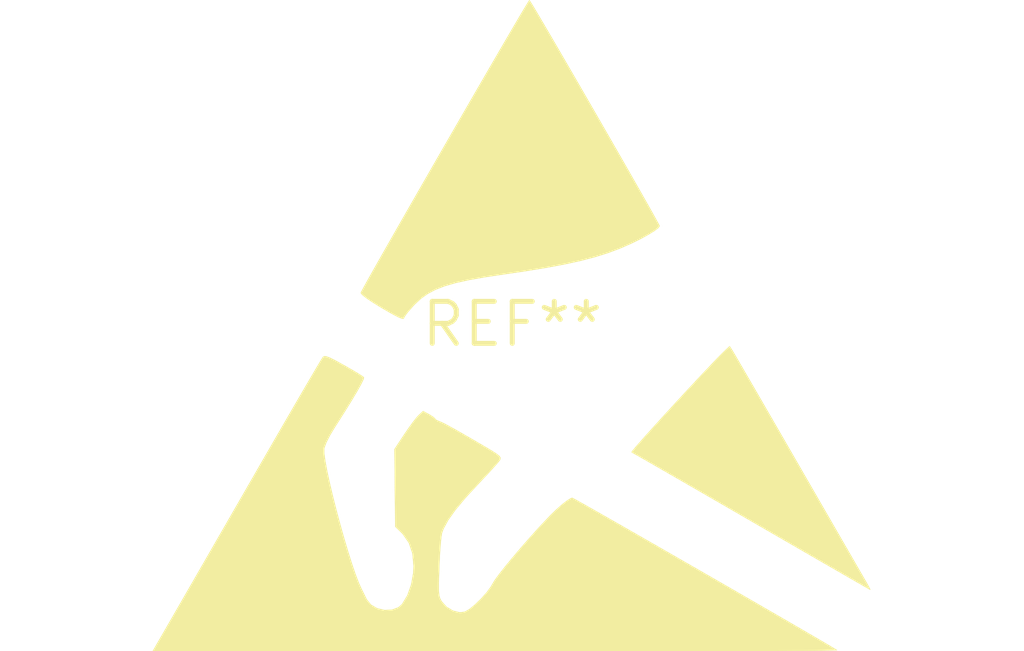
<source format=kicad_pcb>
(kicad_pcb (version 20240108) (generator pcbnew)
  (layers (0 "F.Cu" signal) (31 "B.Cu" signal) (34 "B.Paste" user) (35 "F.Paste" user) (36 "B.SilkS" user "B.Silkscreen") (37 "F.SilkS" user "F.Silkscreen") (38 "B.Mask" user) (39 "F.Mask" user) (44 "Edge.Cuts" user))
  (net 0 "")
  (footprint "ESD-Logo_22x20mm_SilkScreen" (layer "F.Cu") (at 0 0)
    (property "Reference" "REF**")
    (property "Value" "ESD-Logo_22x20mm_SilkScreen")
    (fp_poly (pts (xy 6.652135 0.785256) (xy 6.690223 0.849095) (xy 6.775837 0.995451) (xy 6.904741 1.217011) (xy 7.072704 1.506464) (xy 7.275491 1.856497) (xy 7.508868 2.259797) (xy 7.768602 2.709053) (xy 8.05046 3.196953) (xy 8.350207 3.716183) (xy 8.658522 4.250613) (xy 8.973398 4.796556) (xy 9.275712 5.320658) (xy 9.561084 5.815326) (xy 9.825131 6.272966) (xy 10.063472 6.685986) (xy 10.271724 7.046793) (xy 10.445506 7.347795) (xy 10.580435 7.581398) (xy 10.672131 7.74001) (xy 10.715247 7.814388) (xy 10.785534 7.940045) (xy 10.82375 8.018701) (xy 10.825844 8.032387) (xy 10.779272 8.006688) (xy 10.64976 7.932927) (xy 10.444079 7.815006) (xy 10.168997 7.656828) (xy 9.831285 7.462297) (xy 9.437713 7.235316) (xy 8.995051 6.979787) (xy 8.510068 6.699614) (xy 7.989534 6.398699) (xy 7.440219 6.080945) (xy 7.231225 5.960001) (xy 6.67208 5.636524) (xy 6.138533 5.328121) (xy 5.637432 5.038733) (xy 5.175627 4.772304) (xy 4.759966 4.532777) (xy 4.397298 4.324093) (xy 4.094472 4.150198) (xy 3.858337 4.015033) (xy 3.695741 3.922541) (xy 3.613534 3.876665) (xy 3.604939 3.872321) (xy 3.629987 3.832983) (xy 3.717156 3.727805) (xy 3.857544 3.566477) (xy 4.042253 3.358687) (xy 4.262384 3.114124) (xy 4.509037 2.842476) (xy 4.773312 2.553434) (xy 5.046312 2.256684) (xy 5.319136 1.961917) (xy 5.582885 1.678821) (xy 5.82866 1.417085) (xy 6.047561 1.186398) (xy 6.230689 0.996448) (xy 6.369146 0.856925) (xy 6.416631 0.811174) (xy 6.57399 0.663368) (xy 6.652135 0.785256)) (layer "F.SilkS") (stroke (width 0.01)) (fill solid))
    (fp_poly (pts (xy 0.549041 -9.75353) (xy 0.626094 -9.628321) (xy 0.744807 -9.429953) (xy 0.900312 -9.166868) (xy 1.087742 -8.847505) (xy 1.302231 -8.480304) (xy 1.538909 -8.073704) (xy 1.792911 -7.636147) (xy 2.059368 -7.176071) (xy 2.333413 -6.701916) (xy 2.610178 -6.222123) (xy 2.884797 -5.745131) (xy 3.152402 -5.27938) (xy 3.408124 -4.833311) (xy 3.647098 -4.415362) (xy 3.864455 -4.033974) (xy 4.055328 -3.697587) (xy 4.214849 -3.41464) (xy 4.338152 -3.193574) (xy 4.420368 -3.042829) (xy 4.456631 -2.970843) (xy 4.457959 -2.966344) (xy 4.412942 -2.90526) (xy 4.287809 -2.811824) (xy 4.097441 -2.695206) (xy 3.856716 -2.564577) (xy 3.604702 -2.440442) (xy 3.261792 -2.289917) (xy 2.901182 -2.15467) (xy 2.510449 -2.031696) (xy 2.077171 -1.91799) (xy 1.588924 -1.810546) (xy 1.033287 -1.706359) (xy 0.397836 -1.602424) (xy -0.259493 -1.505637) (xy -0.830596 -1.419771) (xy -1.310176 -1.334765) (xy -1.710259 -1.246394) (xy -2.042872 -1.150434) (xy -2.320039 -1.042661) (xy -2.553788 -0.91885) (xy -2.756143 -0.774776) (xy -2.939132 -0.606215) (xy -2.99814 -0.543597) (xy -3.12604 -0.397819) (xy -3.220654 -0.27886) (xy -3.264545 -0.208904) (xy -3.265714 -0.203169) (xy -3.281071 -0.167996) (xy -3.334362 -0.167599) (xy -3.436417 -0.206659) (xy -3.598068 -0.289857) (xy -3.830145 -0.421874) (xy -3.991428 -0.516809) (xy -4.231926 -0.665214) (xy -4.418824 -0.792289) (xy -4.539562 -0.888894) (xy -4.58158 -0.945885) (xy -4.581555 -0.946299) (xy -4.555499 -1.000609) (xy -4.481913 -1.13662) (xy -4.365068 -1.346919) (xy -4.209236 -1.624093) (xy -4.018687 -1.96073) (xy -3.797694 -2.349417) (xy -3.550528 -2.78274) (xy -3.281459 -3.253289) (xy -2.99476 -3.75365) (xy -2.694701 -4.27641) (xy -2.385555 -4.814156) (xy -2.071591 -5.359477) (xy -1.757083 -5.90496) (xy -1.4463 -6.443191) (xy -1.143515 -6.966758) (xy -0.852998 -7.468249) (xy -0.579021 -7.94025) (xy -0.325856 -8.37535) (xy -0.097774 -8.766136) (xy 0.100954 -9.105194) (xy 0.266057 -9.385113) (xy 0.393263 -9.598479) (xy 0.478301 -9.73788) (xy 0.5169 -9.795904) (xy 0.518516 -9.797143) (xy 0.549041 -9.75353)) (layer "F.SilkS") (stroke (width 0.01)) (fill solid))
    (fp_poly (pts (xy -5.61585 0.97449) (xy -5.50699 1.016587) (xy -5.34107 1.10018) (xy -5.102831 1.231258) (xy -5.08428 1.241676) (xy -4.864863 1.367145) (xy -4.679696 1.477068) (xy -4.546966 1.560359) (xy -4.484859 1.60593) (xy -4.483122 1.608161) (xy -4.498124 1.671428) (xy -4.566945 1.812719) (xy -4.685102 2.024337) (xy -4.848107 2.298583) (xy -5.051476 2.627757) (xy -5.290722 3.004162) (xy -5.350266 3.096472) (xy -5.505402 3.352625) (xy -5.618366 3.573045) (xy -5.679244 3.737802) (xy -5.68549 3.770349) (xy -5.682718 3.913615) (xy -5.65166 4.140863) (xy -5.596188 4.437517) (xy -5.520173 4.789) (xy -5.427486 5.180734) (xy -5.321999 5.598143) (xy -5.207585 6.026648) (xy -5.088113 6.451674) (xy -4.967457 6.858643) (xy -4.849486 7.232977) (xy -4.738074 7.5601) (xy -4.63709 7.825434) (xy -4.566695 7.982857) (xy -4.483772 8.150551) (xy -4.405475 8.311014) (xy -4.401236 8.319796) (xy -4.271702 8.481879) (xy -4.082649 8.591017) (xy -3.86257 8.643318) (xy -3.63996 8.634892) (xy -3.443313 8.56185) (xy -3.332686 8.465687) (xy -3.17337 8.201951) (xy -3.056627 7.873265) (xy -2.992575 7.513139) (xy -2.983501 7.30898) (xy -3.020045 6.927946) (xy -3.127301 6.612413) (xy -3.31104 6.347067) (xy -3.368337 6.288005) (xy -3.538849 6.122337) (xy -3.550558 4.951333) (xy -3.562267 3.78033) (xy -3.263875 3.328634) (xy -3.123852 3.124184) (xy -2.989001 2.940264) (xy -2.878559 2.802514) (xy -2.831087 2.751826) (xy -2.696691 2.626712) (xy -2.514672 2.724736) (xy -2.399625 2.794974) (xy -2.336677 2.849509) (xy -2.332653 2.859315) (xy -2.28963 2.900886) (xy -2.21602 2.931841) (xy -2.144887 2.959741) (xy -2.035964 3.012745) (xy -1.879901 3.096029) (xy -1.667347 3.214765) (xy -1.388952 3.374127) (xy -1.035366 3.579289) (xy -0.84322 3.691446) (xy -0.617196 3.82579) (xy -0.468956 3.921472) (xy -0.385382 3.989681) (xy -0.353359 4.041607) (xy -0.359769 4.08844) (xy -0.365114 4.09932) (xy -0.417108 4.167831) (xy -0.528362 4.296348) (xy -0.685914 4.470495) (xy -0.876804 4.675895) (xy -1.041901 4.850016) (xy -1.422349 5.263286) (xy -1.719974 5.62149) (xy -1.93743 5.928232) (xy -2.077374 6.187111) (xy -2.124579 6.318572) (xy -2.144078 6.43365) (xy -2.164216 6.629949) (xy -2.183223 6.885044) (xy -2.199328 7.176512) (xy -2.206907 7.360817) (xy -2.217484 7.679432) (xy -2.222137 7.912371) (xy -2.219496 8.077534) (xy -2.208194 8.192818) (xy -2.186863 8.276121) (xy -2.154135 8.345341) (xy -2.128428 8.387606) (xy -1.979978 8.550514) (xy -1.788691 8.664038) (xy -1.587426 8.713547) (xy -1.436598 8.695634) (xy -1.300031 8.618135) (xy -1.128843 8.479342) (xy -0.947043 8.303463) (xy -0.778643 8.114707) (xy -0.647652 7.937282) (xy -0.599422 7.851547) (xy -0.527173 7.734153) (xy -0.395767 7.555342) (xy -0.21721 7.32909) (xy -0.003509 7.069372) (xy 0.23333 6.790162) (xy 0.481302 6.505438) (xy 0.728399 6.229174) (xy 0.962617 5.975345) (xy 1.171948 5.757928) (xy 1.336299 5.598322) (xy 1.51877 5.438885) (xy 1.672273 5.321326) (xy 1.779938 5.257871) (xy 1.815678 5.250894) (xy 1.870448 5.27904) (xy 2.007062 5.354586) (xy 2.217635 5.472995) (xy 2.494286 5.629733) (xy 2.829131 5.820263) (xy 3.214286 6.04005) (xy 3.641869 6.284557) (xy 4.103995 6.54925) (xy 4.592782 6.829591) (xy 5.100347 7.121046) (xy 5.618806 7.419079) (xy 6.140276 7.719153) (xy 6.656874 8.016733) (xy 7.160716 8.307284) (xy 7.64392 8.586269) (xy 8.098602 8.849153) (xy 8.516878 9.0914) (xy 8.890866 9.308473) (xy 9.212682 9.495838) (xy 9.474443 9.648959) (xy 9.668266 9.763299) (xy 9.786268 9.834324) (xy 9.82047 9.856613) (xy 9.774405 9.861018) (xy 9.629492 9.8653) (xy 9.390554 9.869439) (xy 9.062417 9.873413) (xy 8.649904 9.877203) (xy 8.15784 9.880787) (xy 7.591049 9.884145) (xy 6.954357 9.887256) (xy 6.252587 9.890099) (xy 5.490564 9.892655) (xy 4.673112 9.894901) (xy 3.805057 9.896818) (xy 2.891222 9.898385) (xy 1.936432 9.899582) (xy 0.945511 9.900387) (xy -0.076716 9.900779) (xy -0.505642 9.900817) (xy -10.880999 9.900817) (xy -10.141046 8.617857) (xy -9.984401 8.346195) (xy -9.782761 7.996393) (xy -9.542865 7.580151) (xy -9.271458 7.109172) (xy -8.97528 6.595154) (xy -8.661073 6.0498) (xy -8.33558 5.48481) (xy -8.005542 4.911885) (xy -7.677702 4.342725) (xy -7.594791 4.198776) (xy -7.292471 3.674462) (xy -7.004175 3.175586) (xy -6.734235 2.709575) (xy -6.486983 2.283855) (xy -6.266752 1.905854) (xy -6.077874 1.582997) (xy -5.924682 1.322711) (xy -5.811507 1.132424) (xy -5.742683 1.019562) (xy -5.723424 0.990828) (xy -5.682908 0.9679) (xy -5.61585 0.97449)) (layer "F.SilkS") (stroke (width 0.01)) (fill solid))
  )
)
</source>
